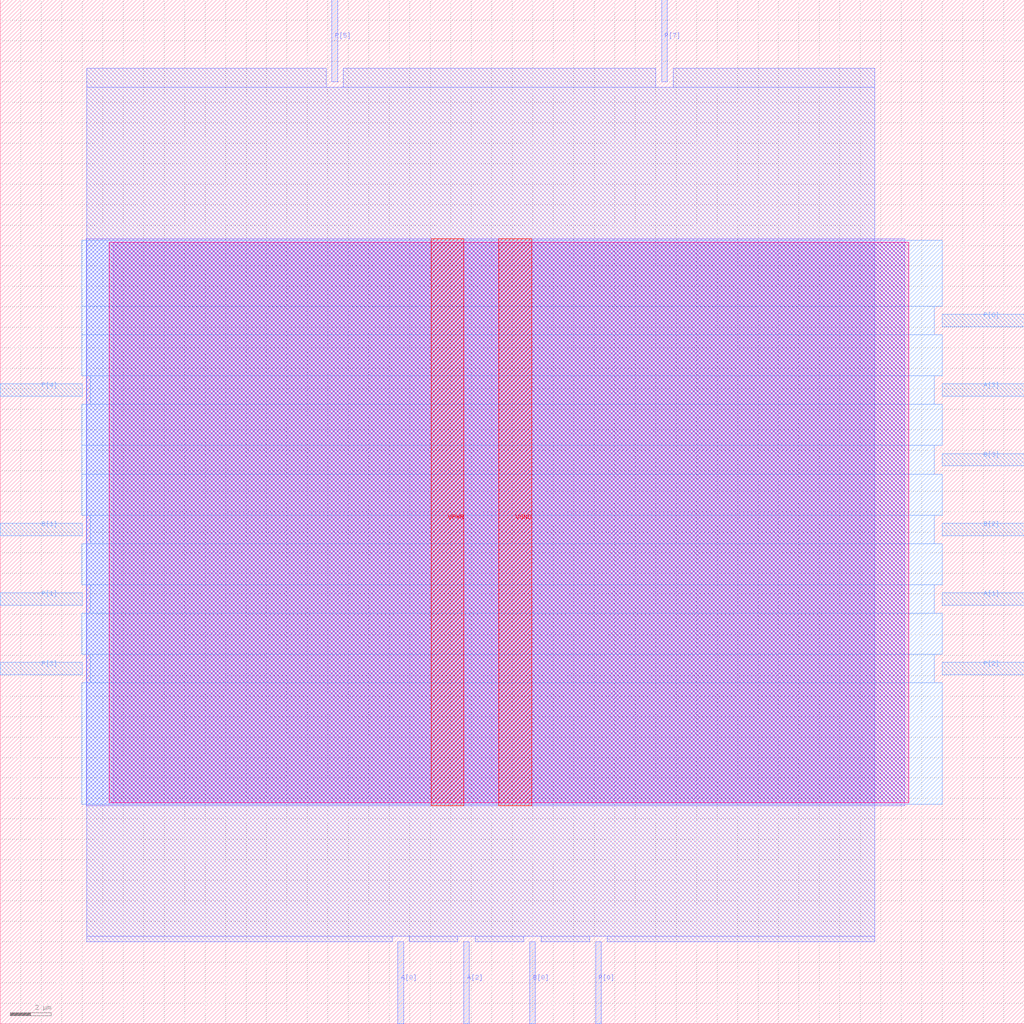
<source format=lef>
VERSION 5.7 ;
  NOWIREEXTENSIONATPIN ON ;
  DIVIDERCHAR "/" ;
  BUSBITCHARS "[]" ;
MACRO mult4_SARSA_RUIDO_e9_SARSA_RUIDO_e9_SARSA_RUIDO_e9_SARSA_RUIDO_e9
  CLASS BLOCK ;
  FOREIGN mult4_SARSA_RUIDO_e9_SARSA_RUIDO_e9_SARSA_RUIDO_e9_SARSA_RUIDO_e9 ;
  ORIGIN 0.000 0.000 ;
  SIZE 50.000 BY 50.000 ;
  PIN A[0]
    DIRECTION INPUT ;
    USE SIGNAL ;
    ANTENNAGATEAREA 0.196500 ;
    PORT
      LAYER met2 ;
        RECT 19.410 0.000 19.690 4.000 ;
    END
  END A[0]
  PIN A[1]
    DIRECTION INPUT ;
    USE SIGNAL ;
    ANTENNAGATEAREA 0.196500 ;
    PORT
      LAYER met3 ;
        RECT 46.000 20.440 50.000 21.040 ;
    END
  END A[1]
  PIN A[2]
    DIRECTION INPUT ;
    USE SIGNAL ;
    ANTENNAGATEAREA 0.126000 ;
    PORT
      LAYER met2 ;
        RECT 22.630 0.000 22.910 4.000 ;
    END
  END A[2]
  PIN A[3]
    DIRECTION INPUT ;
    USE SIGNAL ;
    ANTENNAGATEAREA 0.196500 ;
    PORT
      LAYER met3 ;
        RECT 46.000 30.640 50.000 31.240 ;
    END
  END A[3]
  PIN B[0]
    DIRECTION INPUT ;
    USE SIGNAL ;
    ANTENNAGATEAREA 0.196500 ;
    PORT
      LAYER met2 ;
        RECT 25.850 0.000 26.130 4.000 ;
    END
  END B[0]
  PIN B[1]
    DIRECTION INPUT ;
    USE SIGNAL ;
    ANTENNAGATEAREA 0.196500 ;
    PORT
      LAYER met3 ;
        RECT 0.000 23.840 4.000 24.440 ;
    END
  END B[1]
  PIN B[2]
    DIRECTION INPUT ;
    USE SIGNAL ;
    ANTENNAGATEAREA 0.196500 ;
    PORT
      LAYER met3 ;
        RECT 46.000 23.840 50.000 24.440 ;
    END
  END B[2]
  PIN B[3]
    DIRECTION INPUT ;
    USE SIGNAL ;
    ANTENNAGATEAREA 0.126000 ;
    PORT
      LAYER met3 ;
        RECT 46.000 27.240 50.000 27.840 ;
    END
  END B[3]
  PIN P[0]
    DIRECTION OUTPUT ;
    USE SIGNAL ;
    ANTENNADIFFAREA 0.445500 ;
    PORT
      LAYER met2 ;
        RECT 29.070 0.000 29.350 4.000 ;
    END
  END P[0]
  PIN P[1]
    DIRECTION OUTPUT ;
    USE SIGNAL ;
    ANTENNADIFFAREA 0.445500 ;
    PORT
      LAYER met3 ;
        RECT 0.000 20.440 4.000 21.040 ;
    END
  END P[1]
  PIN P[2]
    DIRECTION OUTPUT ;
    USE SIGNAL ;
    ANTENNADIFFAREA 0.445500 ;
    PORT
      LAYER met3 ;
        RECT 46.000 17.040 50.000 17.640 ;
    END
  END P[2]
  PIN P[3]
    DIRECTION OUTPUT ;
    USE SIGNAL ;
    ANTENNADIFFAREA 0.445500 ;
    PORT
      LAYER met3 ;
        RECT 0.000 17.040 4.000 17.640 ;
    END
  END P[3]
  PIN P[4]
    DIRECTION OUTPUT ;
    USE SIGNAL ;
    ANTENNADIFFAREA 0.445500 ;
    PORT
      LAYER met3 ;
        RECT 0.000 30.640 4.000 31.240 ;
    END
  END P[4]
  PIN P[5]
    DIRECTION OUTPUT ;
    USE SIGNAL ;
    ANTENNADIFFAREA 0.445500 ;
    PORT
      LAYER met2 ;
        RECT 16.190 46.000 16.470 50.000 ;
    END
  END P[5]
  PIN P[6]
    DIRECTION OUTPUT ;
    USE SIGNAL ;
    ANTENNADIFFAREA 0.445500 ;
    PORT
      LAYER met3 ;
        RECT 46.000 34.040 50.000 34.640 ;
    END
  END P[6]
  PIN P[7]
    DIRECTION OUTPUT ;
    USE SIGNAL ;
    ANTENNADIFFAREA 0.445500 ;
    PORT
      LAYER met2 ;
        RECT 32.290 46.000 32.570 50.000 ;
    END
  END P[7]
  PIN VGND
    DIRECTION INOUT ;
    USE GROUND ;
    PORT
      LAYER met4 ;
        RECT 24.340 10.640 25.940 38.320 ;
    END
  END VGND
  PIN VPWR
    DIRECTION INOUT ;
    USE POWER ;
    PORT
      LAYER met4 ;
        RECT 21.040 10.640 22.640 38.320 ;
    END
  END VPWR
  OBS
      LAYER nwell ;
        RECT 5.330 10.795 44.350 38.165 ;
      LAYER li1 ;
        RECT 5.520 10.795 44.160 38.165 ;
      LAYER met1 ;
        RECT 4.210 10.640 44.160 38.320 ;
      LAYER met2 ;
        RECT 4.230 45.720 15.910 46.650 ;
        RECT 16.750 45.720 32.010 46.650 ;
        RECT 32.850 45.720 42.690 46.650 ;
        RECT 4.230 4.280 42.690 45.720 ;
        RECT 4.230 4.000 19.130 4.280 ;
        RECT 19.970 4.000 22.350 4.280 ;
        RECT 23.190 4.000 25.570 4.280 ;
        RECT 26.410 4.000 28.790 4.280 ;
        RECT 29.630 4.000 42.690 4.280 ;
      LAYER met3 ;
        RECT 3.990 35.040 46.000 38.245 ;
        RECT 3.990 33.640 45.600 35.040 ;
        RECT 3.990 31.640 46.000 33.640 ;
        RECT 4.400 30.240 45.600 31.640 ;
        RECT 3.990 28.240 46.000 30.240 ;
        RECT 3.990 26.840 45.600 28.240 ;
        RECT 3.990 24.840 46.000 26.840 ;
        RECT 4.400 23.440 45.600 24.840 ;
        RECT 3.990 21.440 46.000 23.440 ;
        RECT 4.400 20.040 45.600 21.440 ;
        RECT 3.990 18.040 46.000 20.040 ;
        RECT 4.400 16.640 45.600 18.040 ;
        RECT 3.990 10.715 46.000 16.640 ;
  END
END mult4_SARSA_RUIDO_e9_SARSA_RUIDO_e9_SARSA_RUIDO_e9_SARSA_RUIDO_e9
END LIBRARY


</source>
